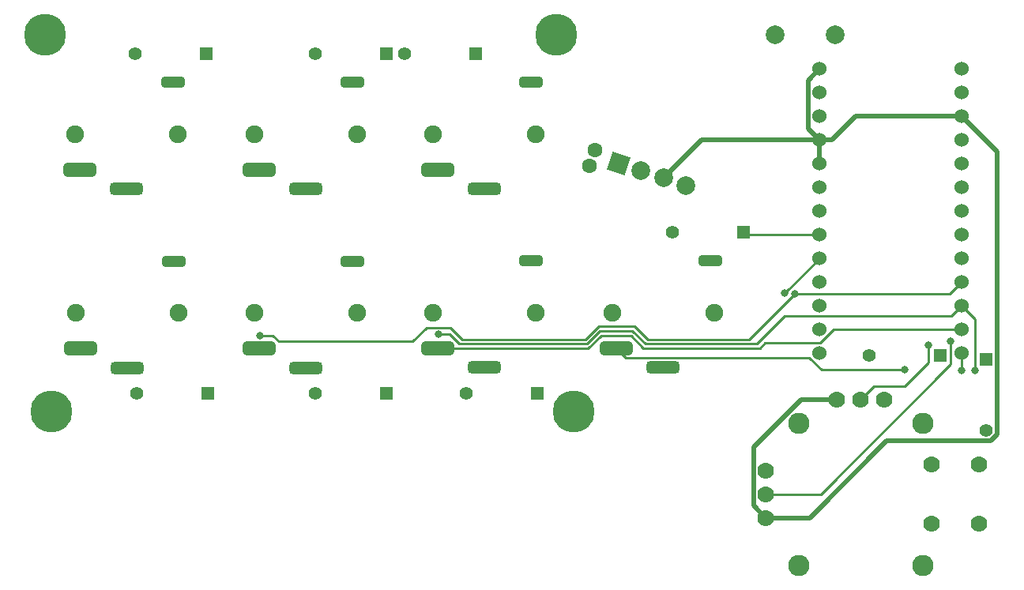
<source format=gbr>
G04 #@! TF.GenerationSoftware,KiCad,Pcbnew,8.0.6*
G04 #@! TF.CreationDate,2025-01-11T22:07:08+09:00*
G04 #@! TF.ProjectId,original_keyboard,6f726967-696e-4616-9c5f-6b6579626f61,rev?*
G04 #@! TF.SameCoordinates,Original*
G04 #@! TF.FileFunction,Copper,L1,Top*
G04 #@! TF.FilePolarity,Positive*
%FSLAX46Y46*%
G04 Gerber Fmt 4.6, Leading zero omitted, Abs format (unit mm)*
G04 Created by KiCad (PCBNEW 8.0.6) date 2025-01-11 22:07:08*
%MOMM*%
%LPD*%
G01*
G04 APERTURE LIST*
G04 Aperture macros list*
%AMRoundRect*
0 Rectangle with rounded corners*
0 $1 Rounding radius*
0 $2 $3 $4 $5 $6 $7 $8 $9 X,Y pos of 4 corners*
0 Add a 4 corners polygon primitive as box body*
4,1,4,$2,$3,$4,$5,$6,$7,$8,$9,$2,$3,0*
0 Add four circle primitives for the rounded corners*
1,1,$1+$1,$2,$3*
1,1,$1+$1,$4,$5*
1,1,$1+$1,$6,$7*
1,1,$1+$1,$8,$9*
0 Add four rect primitives between the rounded corners*
20,1,$1+$1,$2,$3,$4,$5,0*
20,1,$1+$1,$4,$5,$6,$7,0*
20,1,$1+$1,$6,$7,$8,$9,0*
20,1,$1+$1,$8,$9,$2,$3,0*%
%AMRotRect*
0 Rectangle, with rotation*
0 The origin of the aperture is its center*
0 $1 length*
0 $2 width*
0 $3 Rotation angle, in degrees counterclockwise*
0 Add horizontal line*
21,1,$1,$2,0,0,$3*%
G04 Aperture macros list end*
G04 #@! TA.AperFunction,WasherPad*
%ADD10C,1.900000*%
G04 #@! TD*
G04 #@! TA.AperFunction,ComponentPad*
%ADD11RoundRect,0.287500X-0.962500X-0.287500X0.962500X-0.287500X0.962500X0.287500X-0.962500X0.287500X0*%
G04 #@! TD*
G04 #@! TA.AperFunction,ComponentPad*
%ADD12RoundRect,0.375000X-1.375000X-0.375000X1.375000X-0.375000X1.375000X0.375000X-1.375000X0.375000X0*%
G04 #@! TD*
G04 #@! TA.AperFunction,ComponentPad*
%ADD13RoundRect,0.325000X-1.425000X-0.325000X1.425000X-0.325000X1.425000X0.325000X-1.425000X0.325000X0*%
G04 #@! TD*
G04 #@! TA.AperFunction,ComponentPad*
%ADD14R,1.397000X1.397000*%
G04 #@! TD*
G04 #@! TA.AperFunction,ComponentPad*
%ADD15C,1.397000*%
G04 #@! TD*
G04 #@! TA.AperFunction,ComponentPad*
%ADD16RotRect,2.000000X2.000000X72.000000*%
G04 #@! TD*
G04 #@! TA.AperFunction,ComponentPad*
%ADD17C,2.000000*%
G04 #@! TD*
G04 #@! TA.AperFunction,ComponentPad*
%ADD18C,1.600000*%
G04 #@! TD*
G04 #@! TA.AperFunction,ComponentPad*
%ADD19C,1.778000*%
G04 #@! TD*
G04 #@! TA.AperFunction,ComponentPad*
%ADD20C,2.286000*%
G04 #@! TD*
G04 #@! TA.AperFunction,WasherPad*
%ADD21C,4.500000*%
G04 #@! TD*
G04 #@! TA.AperFunction,ComponentPad*
%ADD22C,1.524000*%
G04 #@! TD*
G04 #@! TA.AperFunction,ViaPad*
%ADD23C,0.800000*%
G04 #@! TD*
G04 #@! TA.AperFunction,Conductor*
%ADD24C,0.250000*%
G04 #@! TD*
G04 #@! TA.AperFunction,Conductor*
%ADD25C,0.500000*%
G04 #@! TD*
G04 APERTURE END LIST*
D10*
X75113000Y-73152000D03*
D11*
X85613000Y-67602000D03*
D10*
X86113000Y-73152000D03*
D12*
X75613000Y-76952000D03*
D13*
X80613000Y-79052000D03*
D14*
X105410000Y-100965000D03*
D15*
X97790000Y-100965000D03*
D14*
X89284000Y-100965000D03*
D15*
X81664000Y-100965000D03*
D10*
X113419000Y-92288200D03*
D11*
X123919000Y-86738200D03*
D10*
X124419000Y-92288200D03*
D12*
X113919000Y-96088200D03*
D13*
X118919000Y-98188200D03*
D16*
X114122365Y-76303012D03*
D17*
X116538048Y-77087915D03*
X118953732Y-77872818D03*
X121369415Y-78657722D03*
D18*
X111042818Y-76590448D03*
X111614500Y-74830993D03*
D14*
X69980000Y-64516000D03*
D15*
X62360000Y-64516000D03*
D19*
X152781000Y-108585000D03*
X152781000Y-114935000D03*
X147701000Y-108585000D03*
X147701000Y-114935000D03*
X129921000Y-109220000D03*
X129921000Y-111760000D03*
X129921000Y-114300000D03*
D20*
X146748500Y-104140000D03*
X133413500Y-104140000D03*
X133413500Y-119380000D03*
X146748500Y-119380000D03*
D19*
X142621000Y-101600000D03*
X140081000Y-101600000D03*
X137541000Y-101600000D03*
D21*
X109347000Y-102870000D03*
D14*
X98806000Y-64516000D03*
D15*
X91186000Y-64516000D03*
D14*
X127505000Y-83693000D03*
D15*
X119885000Y-83693000D03*
D10*
X55955000Y-92329000D03*
D11*
X66455000Y-86779000D03*
D10*
X66955000Y-92329000D03*
D12*
X56455000Y-96129000D03*
D13*
X61455000Y-98229000D03*
D22*
X135636000Y-68707000D03*
X135636000Y-71247000D03*
X135636000Y-73787000D03*
X135636000Y-76327000D03*
X135636000Y-78867000D03*
X135636000Y-81407000D03*
X135636000Y-83947000D03*
X135636000Y-86487000D03*
X135636000Y-89027000D03*
X135636000Y-91567000D03*
X135636000Y-94107000D03*
X135636000Y-96647000D03*
X150856000Y-96647000D03*
X150856000Y-94107000D03*
X150856000Y-91567000D03*
X150856000Y-89027000D03*
X150856000Y-86487000D03*
X150856000Y-83947000D03*
X150856000Y-81407000D03*
X150856000Y-78867000D03*
X150856000Y-76327000D03*
X150856000Y-73787000D03*
X150856000Y-71247000D03*
X150856000Y-68707000D03*
X150856000Y-66167000D03*
X135636000Y-66167000D03*
D10*
X75145000Y-92329000D03*
D11*
X85645000Y-86779000D03*
D10*
X86145000Y-92329000D03*
D12*
X75645000Y-96129000D03*
D13*
X80645000Y-98229000D03*
D14*
X89281000Y-64516000D03*
D15*
X81661000Y-64516000D03*
D10*
X55924000Y-73161000D03*
D11*
X66424000Y-67611000D03*
D10*
X66924000Y-73161000D03*
D12*
X56424000Y-76961000D03*
D13*
X61424000Y-79061000D03*
D10*
X94234000Y-73161000D03*
D11*
X104734000Y-67611000D03*
D10*
X105234000Y-73161000D03*
D12*
X94734000Y-76961000D03*
D13*
X99734000Y-79061000D03*
D21*
X53340000Y-102870000D03*
D14*
X148590000Y-96901000D03*
D15*
X140970000Y-96901000D03*
D10*
X94275000Y-92291000D03*
D11*
X104775000Y-86741000D03*
D10*
X105275000Y-92291000D03*
D12*
X94775000Y-96091000D03*
D13*
X99775000Y-98191000D03*
D21*
X52705000Y-62484000D03*
D14*
X70104000Y-100965000D03*
D15*
X62484000Y-100965000D03*
D14*
X153543000Y-97282000D03*
D15*
X153543000Y-104902000D03*
D21*
X107442000Y-62484000D03*
D17*
X137362000Y-62484000D03*
X130862000Y-62484000D03*
D23*
X131953000Y-90233500D03*
X133042500Y-90243500D03*
X75692000Y-94742000D03*
X94825000Y-94615000D03*
X152293012Y-98459000D03*
X144780000Y-98425000D03*
X150856000Y-98459000D03*
X147320000Y-95758000D03*
X149733000Y-95377000D03*
D24*
X135636000Y-83947000D02*
X127759000Y-83947000D01*
X127759000Y-83947000D02*
X127505000Y-83693000D01*
X131953000Y-90233500D02*
X135699500Y-86487000D01*
X135001000Y-89027000D02*
X135529000Y-89027000D01*
D25*
X135636000Y-73787000D02*
X135636000Y-76327000D01*
X137033000Y-73787000D02*
X139573000Y-71247000D01*
X134620000Y-114300000D02*
X129921000Y-114300000D01*
X135636000Y-73787000D02*
X137033000Y-73787000D01*
X142869500Y-106050500D02*
X134620000Y-114300000D01*
X128582000Y-112961000D02*
X128582000Y-106718657D01*
X154691500Y-105377725D02*
X154018725Y-106050500D01*
X135636000Y-66167000D02*
X134424000Y-67379000D01*
X154691500Y-75082500D02*
X154691500Y-105377725D01*
X133700657Y-101600000D02*
X137541000Y-101600000D01*
X123039550Y-73787000D02*
X135636000Y-73787000D01*
X134424000Y-72575000D02*
X135636000Y-73787000D01*
X118953732Y-77872818D02*
X123039550Y-73787000D01*
X128582000Y-106718657D02*
X133700657Y-101600000D01*
X150856000Y-71247000D02*
X154691500Y-75082500D01*
X129921000Y-114300000D02*
X128582000Y-112961000D01*
X139573000Y-71247000D02*
X150856000Y-71247000D01*
X134424000Y-67379000D02*
X134424000Y-72575000D01*
X154018725Y-106050500D02*
X142869500Y-106050500D01*
D24*
X117303219Y-95194219D02*
X128091781Y-95194219D01*
X77089000Y-94742000D02*
X77724000Y-95377000D01*
X128091781Y-95194219D02*
X133042500Y-90243500D01*
X149639500Y-90243500D02*
X150856000Y-89027000D01*
X112012604Y-93726000D02*
X115835000Y-93726000D01*
X97409000Y-95181000D02*
X110557604Y-95181000D01*
X115835000Y-93726000D02*
X117303219Y-95194219D01*
X110557604Y-95181000D02*
X112012604Y-93726000D01*
X96118000Y-93890000D02*
X97409000Y-95181000D01*
X92075000Y-95377000D02*
X93562000Y-93890000D01*
X77724000Y-95377000D02*
X92075000Y-95377000D01*
X133042500Y-90243500D02*
X149639500Y-90243500D01*
X75692000Y-94742000D02*
X77089000Y-94742000D01*
X93562000Y-93890000D02*
X96118000Y-93890000D01*
X128949781Y-95644219D02*
X131940000Y-92654000D01*
X96038950Y-94615000D02*
X97054950Y-95631000D01*
X94825000Y-94615000D02*
X96038950Y-94615000D01*
X149769000Y-92654000D02*
X150856000Y-91567000D01*
X110744000Y-95631000D02*
X112141000Y-94234000D01*
X112141000Y-94234000D02*
X115571396Y-94234000D01*
X152293012Y-98459000D02*
X152293012Y-93004012D01*
X131940000Y-92654000D02*
X149769000Y-92654000D01*
X97054950Y-95631000D02*
X110744000Y-95631000D01*
X152293012Y-93004012D02*
X150856000Y-91567000D01*
X115571396Y-94234000D02*
X116981615Y-95644219D01*
X116981615Y-95644219D02*
X128949781Y-95644219D01*
X110872396Y-96139000D02*
X94823000Y-96139000D01*
X135720251Y-95560000D02*
X129820219Y-95560000D01*
X137173251Y-94107000D02*
X135720251Y-95560000D01*
X129820219Y-95560000D02*
X129286000Y-96094219D01*
X115470219Y-94769219D02*
X112242177Y-94769219D01*
X112242177Y-94769219D02*
X110872396Y-96139000D01*
X150856000Y-94107000D02*
X137173251Y-94107000D01*
X129286000Y-96094219D02*
X116795219Y-96094219D01*
X94823000Y-96139000D02*
X94775000Y-96091000D01*
X116795219Y-96094219D02*
X115470219Y-94769219D01*
X135876749Y-98425000D02*
X144780000Y-98425000D01*
X113919000Y-96088200D02*
X114928051Y-97097251D01*
X114928051Y-97097251D02*
X134549000Y-97097251D01*
X134549000Y-97097251D02*
X135876749Y-98425000D01*
X150856000Y-98459000D02*
X150856000Y-96647000D01*
X144780000Y-100203000D02*
X141478000Y-100203000D01*
X141478000Y-100203000D02*
X140081000Y-101600000D01*
X147320000Y-97663000D02*
X144780000Y-100203000D01*
X147320000Y-95758000D02*
X147320000Y-97663000D01*
X135778000Y-111760000D02*
X149733000Y-97805000D01*
X129921000Y-111760000D02*
X135778000Y-111760000D01*
X149733000Y-97805000D02*
X149733000Y-95377000D01*
M02*

</source>
